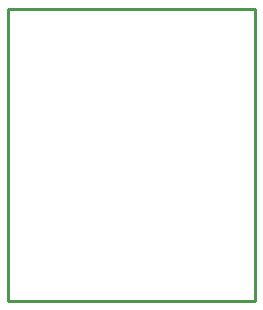
<source format=gko>
%FSLAX25Y25*%
%MOIN*%
G70*
G01*
G75*
G04 Layer_Color=16711935*
%ADD10C,0.01500*%
%ADD11R,0.05512X0.04331*%
%ADD12R,0.10236X0.04331*%
%ADD13R,0.02953X0.04724*%
%ADD14R,0.04724X0.02953*%
%ADD15R,0.04331X0.05512*%
%ADD16R,0.02362X0.05512*%
%ADD17R,0.02362X0.07087*%
%ADD18R,0.02165X0.06299*%
%ADD19C,0.00700*%
%ADD20R,0.05906X0.05906*%
%ADD21C,0.05906*%
%ADD22C,0.03000*%
%ADD23C,0.01000*%
D23*
X0Y0D02*
X82500D01*
X0D02*
Y97500D01*
X82500D01*
Y0D02*
Y97500D01*
M02*

</source>
